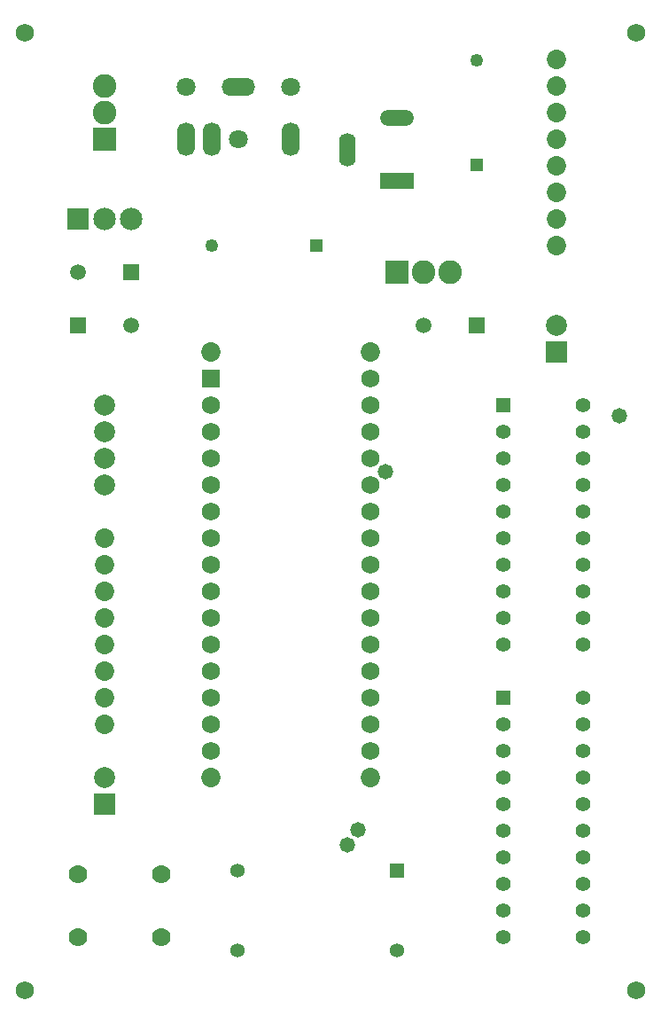
<source format=gts>
G04*
G04 #@! TF.GenerationSoftware,Altium Limited,Altium Designer,23.3.1 (30)*
G04*
G04 Layer_Color=8388736*
%FSLAX44Y44*%
%MOMM*%
G71*
G04*
G04 #@! TF.SameCoordinates,D36B0BC1-D60A-48D3-9530-44C1F81AE03C*
G04*
G04*
G04 #@! TF.FilePolarity,Negative*
G04*
G01*
G75*
%ADD16C,1.8532*%
%ADD17C,1.7272*%
%ADD18R,1.7272X1.7272*%
%ADD19R,1.3612X1.3612*%
%ADD20C,1.3612*%
%ADD21R,1.5032X1.5032*%
%ADD22C,1.5032*%
G04:AMPARAMS|DCode=23|XSize=3.2mm|YSize=1.6mm|CornerRadius=0.8mm|HoleSize=0mm|Usage=FLASHONLY|Rotation=0.000|XOffset=0mm|YOffset=0mm|HoleType=Round|Shape=RoundedRectangle|*
%AMROUNDEDRECTD23*
21,1,3.2000,0.0000,0,0,0.0*
21,1,1.6000,1.6000,0,0,0.0*
1,1,1.6000,0.8000,0.0000*
1,1,1.6000,-0.8000,0.0000*
1,1,1.6000,-0.8000,0.0000*
1,1,1.6000,0.8000,0.0000*
%
%ADD23ROUNDEDRECTD23*%
%ADD24R,3.2000X1.6000*%
G04:AMPARAMS|DCode=25|XSize=1.6mm|YSize=3.2mm|CornerRadius=0.8mm|HoleSize=0mm|Usage=FLASHONLY|Rotation=0.000|XOffset=0mm|YOffset=0mm|HoleType=Round|Shape=RoundedRectangle|*
%AMROUNDEDRECTD25*
21,1,1.6000,1.6000,0,0,0.0*
21,1,0.0000,3.2000,0,0,0.0*
1,1,1.6000,0.0000,-0.8000*
1,1,1.6000,0.0000,-0.8000*
1,1,1.6000,0.0000,0.8000*
1,1,1.6000,0.0000,0.8000*
%
%ADD25ROUNDEDRECTD25*%
%ADD26R,2.2582X2.2582*%
%ADD27C,2.2582*%
%ADD28C,2.0032*%
%ADD29R,2.0032X2.0032*%
%ADD30C,1.2500*%
%ADD31R,1.2500X1.2500*%
%ADD32R,1.2500X1.2500*%
%ADD33R,2.1382X2.1382*%
%ADD34C,2.1382*%
%ADD35C,1.7782*%
%ADD36R,2.2582X2.2582*%
%ADD37O,3.2192X1.7112*%
%ADD38O,1.7112X3.2192*%
%ADD39C,1.8032*%
%ADD40C,1.4032*%
%ADD41R,1.4032X1.4032*%
%ADD42C,1.4732*%
D16*
X838200Y558800D02*
D03*
X990600D02*
D03*
Y965200D02*
D03*
X838200D02*
D03*
X736600Y609600D02*
D03*
Y635000D02*
D03*
Y660400D02*
D03*
Y685800D02*
D03*
Y711200D02*
D03*
Y736600D02*
D03*
Y762000D02*
D03*
Y787400D02*
D03*
X1168400Y1066800D02*
D03*
Y1092200D02*
D03*
Y1117600D02*
D03*
Y1143000D02*
D03*
Y1168400D02*
D03*
Y1193800D02*
D03*
Y1219200D02*
D03*
Y1244600D02*
D03*
D17*
X990600Y939800D02*
D03*
Y914400D02*
D03*
Y889000D02*
D03*
Y863600D02*
D03*
Y838200D02*
D03*
Y812800D02*
D03*
Y787400D02*
D03*
Y762000D02*
D03*
Y736600D02*
D03*
Y711200D02*
D03*
Y685800D02*
D03*
Y660400D02*
D03*
Y635000D02*
D03*
Y609600D02*
D03*
Y584200D02*
D03*
X838200D02*
D03*
Y609600D02*
D03*
Y635000D02*
D03*
Y660400D02*
D03*
Y685800D02*
D03*
Y711200D02*
D03*
Y736600D02*
D03*
Y762000D02*
D03*
Y787400D02*
D03*
Y812800D02*
D03*
Y838200D02*
D03*
Y863600D02*
D03*
Y889000D02*
D03*
Y914400D02*
D03*
X660400Y1270000D02*
D03*
X1244600D02*
D03*
Y355600D02*
D03*
X660400D02*
D03*
D18*
X838200Y939800D02*
D03*
D19*
X1016000Y469900D02*
D03*
D20*
X863600D02*
D03*
Y393700D02*
D03*
X1016000D02*
D03*
D21*
X1092200Y990600D02*
D03*
X762000Y1041400D02*
D03*
X711200Y990600D02*
D03*
D22*
X1041400D02*
D03*
X711200Y1041400D02*
D03*
X762000Y990600D02*
D03*
D23*
X1016000Y1188800D02*
D03*
D24*
Y1128800D02*
D03*
D25*
X969000Y1158800D02*
D03*
D26*
X1016050Y1041400D02*
D03*
D27*
X1041400D02*
D03*
X1066750D02*
D03*
X736600Y1193800D02*
D03*
Y1219150D02*
D03*
D28*
X1168400Y990600D02*
D03*
X736600Y558800D02*
D03*
Y914400D02*
D03*
Y889000D02*
D03*
Y863600D02*
D03*
Y838200D02*
D03*
D29*
X1168400Y965200D02*
D03*
X736600Y533400D02*
D03*
D30*
X839000Y1066800D02*
D03*
X1092200Y1243800D02*
D03*
D31*
X939000Y1066800D02*
D03*
D32*
X1092200Y1143800D02*
D03*
D33*
X711200Y1092200D02*
D03*
D34*
X736600D02*
D03*
X762000D02*
D03*
D35*
X711200Y466400D02*
D03*
Y406400D02*
D03*
X791200Y466400D02*
D03*
Y406400D02*
D03*
D36*
X736600Y1168450D02*
D03*
D37*
X864400Y1218400D02*
D03*
D38*
X814400Y1168400D02*
D03*
X914400D02*
D03*
X839400D02*
D03*
D39*
X864400D02*
D03*
X814400Y1218400D02*
D03*
X914400D02*
D03*
D40*
X1193800Y914400D02*
D03*
Y889000D02*
D03*
Y863600D02*
D03*
Y838200D02*
D03*
Y812800D02*
D03*
Y787400D02*
D03*
Y762000D02*
D03*
Y736600D02*
D03*
Y711200D02*
D03*
Y685800D02*
D03*
X1117600D02*
D03*
Y711200D02*
D03*
Y736600D02*
D03*
Y762000D02*
D03*
Y787400D02*
D03*
Y812800D02*
D03*
Y838200D02*
D03*
Y863600D02*
D03*
Y889000D02*
D03*
X1193800Y635000D02*
D03*
Y609600D02*
D03*
Y584200D02*
D03*
Y558800D02*
D03*
Y533400D02*
D03*
Y508000D02*
D03*
Y482600D02*
D03*
Y457200D02*
D03*
Y431800D02*
D03*
Y406400D02*
D03*
X1117600D02*
D03*
Y431800D02*
D03*
Y457200D02*
D03*
Y482600D02*
D03*
Y508000D02*
D03*
Y533400D02*
D03*
Y558800D02*
D03*
Y584200D02*
D03*
Y609600D02*
D03*
D41*
Y914400D02*
D03*
Y635000D02*
D03*
D42*
X968248Y494538D02*
D03*
X1004824Y850900D02*
D03*
X1228344Y904494D02*
D03*
X978408Y509270D02*
D03*
M02*

</source>
